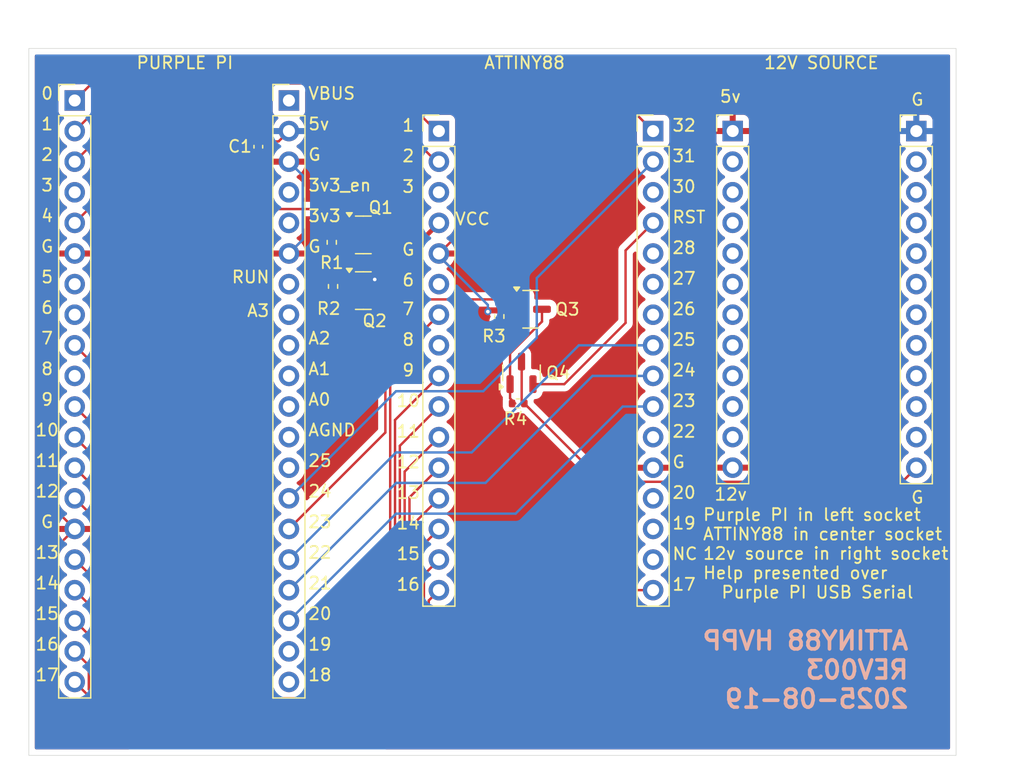
<source format=kicad_pcb>
(kicad_pcb (version 20221018) (generator pcbnew)
  (layers (0 "F.Cu" signal) (31 "B.Cu" signal) (34 "B.Paste" user) (35 "F.Paste" user) (36 "B.SilkS" user "B.Silkscreen") (37 "F.SilkS" user "F.Silkscreen") (38 "B.Mask" user) (39 "F.Mask" user) (44 "Edge.Cuts" user))
  (net 0 "")
  (net 1 "/5v")
  (net 2 "GND")
  (net 23 "/12v")
  (net 24 "/pi_pin0")
  (net 25 "/pi_pin1")
  (net 26 "/pi_pin3")
  (net 27 "/pi_pin4")
  (net 28 "/pi_pin5")
  (net 29 "/pi_pin6")
  (net 30 "/CLKI")
  (net 31 "/pi_pin8")
  (net 32 "/XA0")
  (net 33 "/XA1")
  (net 34 "/PAGEL")
  (net 35 "/DATA7")
  (net 36 "/DATA6")
  (net 37 "/DATA5")
  (net 38 "/DATA4")
  (net 39 "/DATA3")
  (net 40 "/VBUS")
  (net 41 "/3v3_en")
  (net 42 "/3v3")
  (net 43 "/pi_run")
  (net 44 "/pi_pinA3")
  (net 45 "/pi_pinA2")
  (net 46 "/pi_pinA1")
  (net 47 "/pi_pinA0")
  (net 48 "/AGND")
  (net 49 "/pi_pin25")
  (net 50 "/RDYBSY")
  (net 51 "/pi_pin23")
  (net 52 "/BS2")
  (net 53 "/DATA0")
  (net 54 "/DATA1")
  (net 55 "/pi_pin19")
  (net 56 "/pi_pin18")
  (net 57 "/BS1")
  (net 59 "/ATT5v")
  (net 63 "/~RST")
  (net 70 "/AVCC")
  (net 71 "/DATA2")
  (net 72 "Net-(Q1-E)")
  (net 73 "Net-(Q1-C)")
  (net 74 "Net-(Q3-E)")
  (net 75 "Net-(Q3-C)")
  (footprint "Resistor_SMD:R_0402_1005Metric" (layer "F.Cu") (at 111.4413 71.2693 90)
    (fp_text reference "R3" (at -1.6287 -0.4433 180) (layer "F.SilkS"))
    (fp_text value "2k2")
    (fp_line (start -0.153641 -0.38) (end 0.153641 -0.38) (stroke (width 0.12)) (layer "F.SilkS"))
    (fp_line (start -0.153641 0.38) (end 0.153641 0.38) (stroke (width 0.12)) (layer "F.SilkS"))
    (pad "1" smd roundrect (at -0.51 0 90) (size 0.54 0.64) (layers "F.Cu" "F.Paste" "F.Mask") (net 74 "Net-(Q3-E)"))
    (pad "2" smd roundrect (at 0.51 0 90) (size 0.54 0.64) (layers "F.Cu" "F.Paste" "F.Mask") (net 2 "GND"))
  )
  (footprint "Resistor_SMD:R_0402_1005Metric" (layer "F.Cu") (at 113.009 78.486)
    (fp_text reference "R4" (at -0.233 1.27) (layer "F.SilkS"))
    (fp_text value "220k")
    (fp_line (start -0.153641 -0.38) (end 0.153641 -0.38) (stroke (width 0.12)) (layer "F.SilkS"))
    (fp_line (start -0.153641 0.38) (end 0.153641 0.38) (stroke (width 0.12)) (layer "F.SilkS"))
    (pad "1" smd roundrect (at -0.51 0) (size 0.54 0.64) (layers "F.Cu" "F.Paste" "F.Mask") (net 75 "Net-(Q3-C)"))
    (pad "2" smd roundrect (at 0.51 0) (size 0.54 0.64) (layers "F.Cu" "F.Paste" "F.Mask") (net 23 "/12v"))
  )
  (footprint "Connector_PinHeader_2.54mm:PinHeader_1x16_P2.54mm_Vertical" (layer "F.Cu") (at 106.426 55.88)
    (fp_text reference "J5" hide)
    (fp_text value "ATTINY88_LEFT" hide)
    (fp_line (start -1.33 -1.33) (end 0 -1.33) (stroke (width 0.12)) (layer "F.SilkS"))
    (fp_line (start -1.33 0) (end -1.33 -1.33) (stroke (width 0.12)) (layer "F.SilkS"))
    (fp_line (start -1.33 1.27) (end -1.33 39.43) (stroke (width 0.12)) (layer "F.SilkS"))
    (fp_line (start -1.33 1.27) (end 1.33 1.27) (stroke (width 0.12)) (layer "F.SilkS"))
    (fp_line (start -1.33 39.43) (end 1.33 39.43) (stroke (width 0.12)) (layer "F.SilkS"))
    (fp_line (start 1.33 1.27) (end 1.33 39.43) (stroke (width 0.12)) (layer "F.SilkS"))
    (pad "1" thru_hole rect (at 0 0) (size 1.7 1.7) (drill 1) (layers "*.Cu" "*.Mask") (net 25 "/pi_pin1"))
    (pad "2" thru_hole oval (at 0 2.54) (size 1.7 1.7) (drill 1) (layers "*.Cu" "*.Mask") (net 57 "/BS1"))
    (pad "3" thru_hole oval (at 0 5.08) (size 1.7 1.7) (drill 1) (layers "*.Cu" "*.Mask"))
    (pad "4" thru_hole oval (at 0 7.62) (size 1.7 1.7) (drill 1) (layers "*.Cu" "*.Mask") (net 59 "/ATT5v"))
    (pad "5" thru_hole oval (at 0 10.16) (size 1.7 1.7) (drill 1) (layers "*.Cu" "*.Mask") (net 2 "GND"))
    (pad "6" thru_hole oval (at 0 12.7) (size 1.7 1.7) (drill 1) (layers "*.Cu" "*.Mask"))
    (pad "7" thru_hole oval (at 0 15.24) (size 1.7 1.7) (drill 1) (layers "*.Cu" "*.Mask") (net 30 "/CLKI"))
    (pad "8" thru_hole oval (at 0 17.78) (size 1.7 1.7) (drill 1) (layers "*.Cu" "*.Mask"))
    (pad "9" thru_hole oval (at 0 20.32) (size 1.7 1.7) (drill 1) (layers "*.Cu" "*.Mask") (net 32 "/XA0"))
    (pad "10" thru_hole oval (at 0 22.86) (size 1.7 1.7) (drill 1) (layers "*.Cu" "*.Mask") (net 33 "/XA1"))
    (pad "11" thru_hole oval (at 0 25.4) (size 1.7 1.7) (drill 1) (layers "*.Cu" "*.Mask") (net 34 "/PAGEL"))
    (pad "12" thru_hole oval (at 0 27.94) (size 1.7 1.7) (drill 1) (layers "*.Cu" "*.Mask") (net 35 "/DATA7"))
    (pad "13" thru_hole oval (at 0 30.48) (size 1.7 1.7) (drill 1) (layers "*.Cu" "*.Mask") (net 36 "/DATA6"))
    (pad "14" thru_hole oval (at 0 33.02) (size 1.7 1.7) (drill 1) (layers "*.Cu" "*.Mask") (net 37 "/DATA5"))
    (pad "15" thru_hole oval (at 0 35.56) (size 1.7 1.7) (drill 1) (layers "*.Cu" "*.Mask") (net 38 "/DATA4"))
    (pad "16" thru_hole oval (at 0 38.1) (size 1.7 1.7) (drill 1) (layers "*.Cu" "*.Mask") (net 39 "/DATA3"))
  )
  (footprint "Package_TO_SOT_SMD:SOT-23" (layer "F.Cu") (at 100.1545 69.119)
    (fp_text reference "Q2" (at 0.9375 2.509) (layer "F.SilkS"))
    (fp_text value "IRLML6402")
    (fp_line (start 0 -1.56) (end -0.65 -1.56) (stroke (width 0.12)) (layer "F.SilkS"))
    (fp_line (start 0 -1.56) (end 0.65 -1.56) (stroke (width 0.12)) (layer "F.SilkS"))
    (fp_line (start 0 1.56) (end -0.65 1.56) (stroke (width 0.12)) (layer "F.SilkS"))
    (fp_line (start 0 1.56) (end 0.65 1.56) (stroke (width 0.12)) (layer "F.SilkS"))
    (fp_poly (pts (xy -1.1625 -1.51) (xy -1.4025 -1.84) (xy -0.9225 -1.84) (xy -1.1625 -1.51)) (stroke (width 0.12)) (fill solid) (layer "F.SilkS"))
    (pad "1" smd roundrect (at -0.9375 -0.95) (size 1.475 0.6) (layers "F.Cu" "F.Paste" "F.Mask") (net 73 "Net-(Q1-C)"))
    (pad "2" smd roundrect (at -0.9375 0.95) (size 1.475 0.6) (layers "F.Cu" "F.Paste" "F.Mask") (net 59 "/ATT5v"))
    (pad "3" smd roundrect (at 0.9375 0) (size 1.475 0.6) (layers "F.Cu" "F.Paste" "F.Mask") (net 1 "/5v"))
  )
  (footprint "Connector_PinHeader_2.54mm:PinHeader_1x12_P2.54mm_Vertical" (layer "F.Cu") (at 130.81 55.875)
    (fp_text reference "J1" hide)
    (fp_text value "12v_reg_left_neg" hide)
    (fp_line (start -1.33 -1.33) (end 0 -1.33) (stroke (width 0.12)) (layer "F.SilkS"))
    (fp_line (start -1.33 0) (end -1.33 -1.33) (stroke (width 0.12)) (layer "F.SilkS"))
    (fp_line (start -1.33 1.27) (end -1.33 29.27) (stroke (width 0.12)) (layer "F.SilkS"))
    (fp_line (start -1.33 1.27) (end 1.33 1.27) (stroke (width 0.12)) (layer "F.SilkS"))
    (fp_line (start -1.33 29.27) (end 1.33 29.27) (stroke (width 0.12)) (layer "F.SilkS"))
    (fp_line (start 1.33 1.27) (end 1.33 29.27) (stroke (width 0.12)) (layer "F.SilkS"))
    (pad "1" thru_hole rect (at 0 0) (size 1.7 1.7) (drill 1) (layers "*.Cu" "*.Mask") (net 2 "GND"))
    (pad "2" thru_hole oval (at 0 2.54) (size 1.7 1.7) (drill 1) (layers "*.Cu" "*.Mask"))
    (pad "3" thru_hole oval (at 0 5.08) (size 1.7 1.7) (drill 1) (layers "*.Cu" "*.Mask"))
    (pad "4" thru_hole oval (at 0 7.62) (size 1.7 1.7) (drill 1) (layers "*.Cu" "*.Mask"))
    (pad "5" thru_hole oval (at 0 10.16) (size 1.7 1.7) (drill 1) (layers "*.Cu" "*.Mask"))
    (pad "6" thru_hole oval (at 0 12.7) (size 1.7 1.7) (drill 1) (layers "*.Cu" "*.Mask"))
    (pad "7" thru_hole oval (at 0 15.24) (size 1.7 1.7) (drill 1) (layers "*.Cu" "*.Mask"))
    (pad "8" thru_hole oval (at 0 17.78) (size 1.7 1.7) (drill 1) (layers "*.Cu" "*.Mask"))
    (pad "9" thru_hole oval (at 0 20.32) (size 1.7 1.7) (drill 1) (layers "*.Cu" "*.Mask"))
    (pad "10" thru_hole oval (at 0 22.86) (size 1.7 1.7) (drill 1) (layers "*.Cu" "*.Mask"))
    (pad "11" thru_hole oval (at 0 25.4) (size 1.7 1.7) (drill 1) (layers "*.Cu" "*.Mask"))
    (pad "12" thru_hole oval (at 0 27.94) (size 1.7 1.7) (drill 1) (layers "*.Cu" "*.Mask") (net 2 "GND"))
  )
  (footprint "Resistor_SMD:R_0402_1005Metric" (layer "F.Cu") (at 97.6422 68.7714 -90)
    (fp_text reference "R2" (at 1.8406 0.3602) (layer "F.SilkS"))
    (fp_text value "220k")
    (fp_line (start -0.153641 -0.38) (end 0.153641 -0.38) (stroke (width 0.12)) (layer "F.SilkS"))
    (fp_line (start -0.153641 0.38) (end 0.153641 0.38) (stroke (width 0.12)) (layer "F.SilkS"))
    (pad "1" smd roundrect (at -0.51 0 270) (size 0.54 0.64) (layers "F.Cu" "F.Paste" "F.Mask") (net 73 "Net-(Q1-C)"))
    (pad "2" smd roundrect (at 0.51 0 270) (size 0.54 0.64) (layers "F.Cu" "F.Paste" "F.Mask") (net 1 "/5v"))
  )
  (footprint "Connector_PinHeader_2.54mm:PinHeader_1x20_P2.54mm_Vertical" (layer "F.Cu") (at 76.2 53.34)
    (fp_text reference "J3" hide)
    (fp_text value "purle_pi_left" hide)
    (fp_line (start -1.33 -1.33) (end 0 -1.33) (stroke (width 0.12)) (layer "F.SilkS"))
    (fp_line (start -1.33 0) (end -1.33 -1.33) (stroke (width 0.12)) (layer "F.SilkS"))
    (fp_line (start -1.33 1.27) (end -1.33 49.59) (stroke (width 0.12)) (layer "F.SilkS"))
    (fp_line (start -1.33 1.27) (end 1.33 1.27) (stroke (width 0.12)) (layer "F.SilkS"))
    (fp_line (start -1.33 49.59) (end 1.33 49.59) (stroke (width 0.12)) (layer "F.SilkS"))
    (fp_line (start 1.33 1.27) (end 1.33 49.59) (stroke (width 0.12)) (layer "F.SilkS"))
    (pad "1" thru_hole rect (at 0 0) (size 1.7 1.7) (drill 1) (layers "*.Cu" "*.Mask") (net 24 "/pi_pin0"))
    (pad "2" thru_hole oval (at 0 2.54) (size 1.7 1.7) (drill 1) (layers "*.Cu" "*.Mask") (net 25 "/pi_pin1"))
    (pad "3" thru_hole oval (at 0 5.08) (size 1.7 1.7) (drill 1) (layers "*.Cu" "*.Mask") (net 57 "/BS1"))
    (pad "4" thru_hole oval (at 0 7.62) (size 1.7 1.7) (drill 1) (layers "*.Cu" "*.Mask") (net 26 "/pi_pin3"))
    (pad "5" thru_hole oval (at 0 10.16) (size 1.7 1.7) (drill 1) (layers "*.Cu" "*.Mask") (net 27 "/pi_pin4"))
    (pad "6" thru_hole oval (at 0 12.7) (size 1.7 1.7) (drill 1) (layers "*.Cu" "*.Mask") (net 2 "GND"))
    (pad "7" thru_hole oval (at 0 15.24) (size 1.7 1.7) (drill 1) (layers "*.Cu" "*.Mask") (net 28 "/pi_pin5"))
    (pad "8" thru_hole oval (at 0 17.78) (size 1.7 1.7) (drill 1) (layers "*.Cu" "*.Mask") (net 29 "/pi_pin6"))
    (pad "9" thru_hole oval (at 0 20.32) (size 1.7 1.7) (drill 1) (layers "*.Cu" "*.Mask") (net 30 "/CLKI"))
    (pad "10" thru_hole oval (at 0 22.86) (size 1.7 1.7) (drill 1) (layers "*.Cu" "*.Mask") (net 31 "/pi_pin8"))
    (pad "11" thru_hole oval (at 0 25.4) (size 1.7 1.7) (drill 1) (layers "*.Cu" "*.Mask") (net 32 "/XA0"))
    (pad "12" thru_hole oval (at 0 27.94) (size 1.7 1.7) (drill 1) (layers "*.Cu" "*.Mask") (net 33 "/XA1"))
    (pad "13" thru_hole oval (at 0 30.48) (size 1.7 1.7) (drill 1) (layers "*.Cu" "*.Mask") (net 34 "/PAGEL"))
    (pad "14" thru_hole oval (at 0 33.02) (size 1.7 1.7) (drill 1) (layers "*.Cu" "*.Mask") (net 35 "/DATA7"))
    (pad "15" thru_hole oval (at 0 35.56) (size 1.7 1.7) (drill 1) (layers "*.Cu" "*.Mask") (net 2 "GND"))
    (pad "16" thru_hole oval (at 0 38.1) (size 1.7 1.7) (drill 1) (layers "*.Cu" "*.Mask") (net 36 "/DATA6"))
    (pad "17" thru_hole oval (at 0 40.64) (size 1.7 1.7) (drill 1) (layers "*.Cu" "*.Mask") (net 37 "/DATA5"))
    (pad "18" thru_hole oval (at 0 43.18) (size 1.7 1.7) (drill 1) (layers "*.Cu" "*.Mask") (net 38 "/DATA4"))
    (pad "19" thru_hole oval (at 0 45.72) (size 1.7 1.7) (drill 1) (layers "*.Cu" "*.Mask") (net 39 "/DATA3"))
    (pad "20" thru_hole oval (at 0 48.26) (size 1.7 1.7) (drill 1) (layers "*.Cu" "*.Mask") (net 71 "/DATA2"))
  )
  (footprint "Connector_PinHeader_2.54mm:PinHeader_1x12_P2.54mm_Vertical" (layer "F.Cu") (at 146.05 55.88)
    (fp_text reference "J2" hide)
    (fp_text value "12v_reg_right_pos" hide)
    (fp_line (start -1.33 -1.33) (end 0 -1.33) (stroke (width 0.12)) (layer "F.SilkS"))
    (fp_line (start -1.33 0) (end -1.33 -1.33) (stroke (width 0.12)) (layer "F.SilkS"))
    (fp_line (start -1.33 1.27) (end -1.33 29.27) (stroke (width 0.12)) (layer "F.SilkS"))
    (fp_line (start -1.33 1.27) (end 1.33 1.27) (stroke (width 0.12)) (layer "F.SilkS"))
    (fp_line (start -1.33 29.27) (end 1.33 29.27) (stroke (width 0.12)) (layer "F.SilkS"))
    (fp_line (start 1.33 1.27) (end 1.33 29.27) (stroke (width 0.12)) (layer "F.SilkS"))
    (pad "1" thru_hole rect (at 0 0) (size 1.7 1.7) (drill 1) (layers "*.Cu" "*.Mask") (net 1 "/5v"))
    (pad "2" thru_hole oval (at 0 2.54) (size 1.7 1.7) (drill 1) (layers "*.Cu" "*.Mask"))
    (pad "3" thru_hole oval (at 0 5.08) (size 1.7 1.7) (drill 1) (layers "*.Cu" "*.Mask"))
    (pad "4" thru_hole oval (at 0 7.62) (size 1.7 1.7) (drill 1) (layers "*.Cu" "*.Mask"))
    (pad "5" thru_hole oval (at 0 10.16) (size 1.7 1.7) (drill 1) (layers "*.Cu" "*.Mask"))
    (pad "6" thru_hole oval (at 0 12.7) (size 1.7 1.7) (drill 1) (layers "*.Cu" "*.Mask"))
    (pad "7" thru_hole oval (at 0 15.24) (size 1.7 1.7) (drill 1) (layers "*.Cu" "*.Mask"))
    (pad "8" thru_hole oval (at 0 17.78) (size 1.7 1.7) (drill 1) (layers "*.Cu" "*.Mask"))
    (pad "9" thru_hole oval (at 0 20.32) (size 1.7 1.7) (drill 1) (layers "*.Cu" "*.Mask"))
    (pad "10" thru_hole oval (at 0 22.86) (size 1.7 1.7) (drill 1) (layers "*.Cu" "*.Mask"))
    (pad "11" thru_hole oval (at 0 25.4) (size 1.7 1.7) (drill 1) (layers "*.Cu" "*.Mask"))
    (pad "12" thru_hole oval (at 0 27.94) (size 1.7 1.7) (drill 1) (layers "*.Cu" "*.Mask") (net 23 "/12v"))
  )
  (footprint "Connector_PinHeader_2.54mm:PinHeader_1x16_P2.54mm_Vertical" (layer "F.Cu") (at 124.206 55.88)
    (fp_text reference "J6" hide)
    (fp_text value "ATTINY88_RIGHT" hide)
    (fp_line (start -1.33 -1.33) (end 0 -1.33) (stroke (width 0.12)) (layer "F.SilkS"))
    (fp_line (start -1.33 0) (end -1.33 -1.33) (stroke (width 0.12)) (layer "F.SilkS"))
    (fp_line (start -1.33 1.27) (end -1.33 39.43) (stroke (width 0.12)) (layer "F.SilkS"))
    (fp_line (start -1.33 1.27) (end 1.33 1.27) (stroke (width 0.12)) (layer "F.SilkS"))
    (fp_line (start -1.33 39.43) (end 1.33 39.43) (stroke (width 0.12)) (layer "F.SilkS"))
    (fp_line (start 1.33 1.27) (end 1.33 39.43) (stroke (width 0.12)) (layer "F.SilkS"))
    (pad "1" thru_hole rect (at 0 0) (size 1.7 1.7) (drill 1) (layers "*.Cu" "*.Mask") (net 24 "/pi_pin0"))
    (pad "2" thru_hole oval (at 0 2.54) (size 1.7 1.7) (drill 1) (layers "*.Cu" "*.Mask") (net 50 "/RDYBSY"))
    (pad "3" thru_hole oval (at 0 5.08) (size 1.7 1.7) (drill 1) (layers "*.Cu" "*.Mask"))
    (pad "4" thru_hole oval (at 0 7.62) (size 1.7 1.7) (drill 1) (layers "*.Cu" "*.Mask") (net 63 "/~RST"))
    (pad "5" thru_hole oval (at 0 10.16) (size 1.7 1.7) (drill 1) (layers "*.Cu" "*.Mask"))
    (pad "6" thru_hole oval (at 0 12.7) (size 1.7 1.7) (drill 1) (layers "*.Cu" "*.Mask"))
    (pad "7" thru_hole oval (at 0 15.24) (size 1.7 1.7) (drill 1) (layers "*.Cu" "*.Mask"))
    (pad "8" thru_hole oval (at 0 17.78) (size 1.7 1.7) (drill 1) (layers "*.Cu" "*.Mask") (net 52 "/BS2"))
    (pad "9" thru_hole oval (at 0 20.32) (size 1.7 1.7) (drill 1) (layers "*.Cu" "*.Mask") (net 53 "/DATA0"))
    (pad "10" thru_hole oval (at 0 22.86) (size 1.7 1.7) (drill 1) (layers "*.Cu" "*.Mask") (net 54 "/DATA1"))
    (pad "11" thru_hole oval (at 0 25.4) (size 1.7 1.7) (drill 1) (layers "*.Cu" "*.Mask"))
    (pad "12" thru_hole oval (at 0 27.94) (size 1.7 1.7) (drill 1) (layers "*.Cu" "*.Mask") (net 2 "GND"))
    (pad "13" thru_hole oval (at 0 30.48) (size 1.7 1.7) (drill 1) (layers "*.Cu" "*.Mask"))
    (pad "14" thru_hole oval (at 0 33.02) (size 1.7 1.7) (drill 1) (layers "*.Cu" "*.Mask"))
    (pad "15" thru_hole oval (at 0 35.56) (size 1.7 1.7) (drill 1) (layers "*.Cu" "*.Mask") (net 70 "/AVCC"))
    (pad "16" thru_hole oval (at 0 38.1) (size 1.7 1.7) (drill 1) (layers "*.Cu" "*.Mask") (net 71 "/DATA2"))
  )
  (footprint "Package_TO_SOT_SMD:SOT-23" (layer "F.Cu") (at 100.1545 64.494)
    (fp_text reference "Q1" (at 1.4455 -2.264) (layer "F.SilkS"))
    (fp_text value "MMBT3904")
    (fp_line (start 0 -1.56) (end -0.65 -1.56) (stroke (width 0.12)) (layer "F.SilkS"))
    (fp_line (start 0 -1.56) (end 0.65 -1.56) (stroke (width 0.12)) (layer "F.SilkS"))
    (fp_line (start 0 1.56) (end -0.65 1.56) (stroke (width 0.12)) (layer "F.SilkS"))
    (fp_line (start 0 1.56) (end 0.65 1.56) (stroke (width 0.12)) (layer "F.SilkS"))
    (fp_poly (pts (xy -1.1625 -1.51) (xy -1.4025 -1.84) (xy -0.9225 -1.84) (xy -1.1625 -1.51)) (stroke (width 0.12)) (fill solid) (layer "F.SilkS"))
    (pad "1" smd roundrect (at -0.9375 -0.95) (size 1.475 0.6) (layers "F.Cu" "F.Paste" "F.Mask") (net 27 "/pi_pin4"))
    (pad "2" smd roundrect (at -0.9375 0.95) (size 1.475 0.6) (layers "F.Cu" "F.Paste" "F.Mask") (net 72 "Net-(Q1-E)"))
    (pad "3" smd roundrect (at 0.9375 0) (size 1.475 0.6) (layers "F.Cu" "F.Paste" "F.Mask") (net 73 "Net-(Q1-C)"))
  )
  (footprint "Connector_PinHeader_2.54mm:PinHeader_1x20_P2.54mm_Vertical" (layer "F.Cu") (at 93.98 53.34)
    (fp_text reference "J4" hide)
    (fp_text value "purle_pi_right" hide)
    (fp_line (start -1.33 -1.33) (end 0 -1.33) (stroke (width 0.12)) (layer "F.SilkS"))
    (fp_line (start -1.33 0) (end -1.33 -1.33) (stroke (width 0.12)) (layer "F.SilkS"))
    (fp_line (start -1.33 1.27) (end -1.33 49.59) (stroke (width 0.12)) (layer "F.SilkS"))
    (fp_line (start -1.33 1.27) (end 1.33 1.27) (stroke (width 0.12)) (layer "F.SilkS"))
    (fp_line (start -1.33 49.59) (end 1.33 49.59) (stroke (width 0.12)) (layer "F.SilkS"))
    (fp_line (start 1.33 1.27) (end 1.33 49.59) (stroke (width 0.12)) (layer "F.SilkS"))
    (pad "1" thru_hole rect (at 0 0) (size 1.7 1.7) (drill 1) (layers "*.Cu" "*.Mask") (net 40 "/VBUS"))
    (pad "2" thru_hole oval (at 0 2.54) (size 1.7 1.7) (drill 1) (layers "*.Cu" "*.Mask") (net 1 "/5v"))
    (pad "3" thru_hole oval (at 0 5.08) (size 1.7 1.7) (drill 1) (layers "*.Cu" "*.Mask") (net 2 "GND"))
    (pad "4" thru_hole oval (at 0 7.62) (size 1.7 1.7) (drill 1) (layers "*.Cu" "*.Mask") (net 41 "/3v3_en"))
    (pad "5" thru_hole oval (at 0 10.16) (size 1.7 1.7) (drill 1) (layers "*.Cu" "*.Mask") (net 42 "/3v3"))
    (pad "6" thru_hole oval (at 0 12.7) (size 1.7 1.7) (drill 1) (layers "*.Cu" "*.Mask") (net 2 "GND"))
    (pad "7" thru_hole oval (at 0 15.24) (size 1.7 1.7) (drill 1) (layers "*.Cu" "*.Mask") (net 43 "/pi_run"))
    (pad "8" thru_hole oval (at 0 17.78) (size 1.7 1.7) (drill 1) (layers "*.Cu" "*.Mask") (net 44 "/pi_pinA3"))
    (pad "9" thru_hole oval (at 0 20.32) (size 1.7 1.7) (drill 1) (layers "*.Cu" "*.Mask") (net 45 "/pi_pinA2"))
    (pad "10" thru_hole oval (at 0 22.86) (size 1.7 1.7) (drill 1) (layers "*.Cu" "*.Mask") (net 46 "/pi_pinA1"))
    (pad "11" thru_hole oval (at 0 25.4) (size 1.7 1.7) (drill 1) (layers "*.Cu" "*.Mask") (net 47 "/pi_pinA0"))
    (pad "12" thru_hole oval (at 0 27.94) (size 1.7 1.7) (drill 1) (layers "*.Cu" "*.Mask") (net 48 "/AGND"))
    (pad "13" thru_hole oval (at 0 30.48) (size 1.7 1.7) (drill 1) (layers "*.Cu" "*.Mask") (net 49 "/pi_pin25"))
    (pad "14" thru_hole oval (at 0 33.02) (size 1.7 1.7) (drill 1) (layers "*.Cu" "*.Mask") (net 50 "/RDYBSY"))
    (pad "15" thru_hole oval (at 0 35.56) (size 1.7 1.7) (drill 1) (layers "*.Cu" "*.Mask") (net 51 "/pi_pin23"))
    (pad "16" thru_hole oval (at 0 38.1) (size 1.7 1.7) (drill 1) (layers "*.Cu" "*.Mask") (net 52 "/BS2"))
    (pad "17" thru_hole oval (at 0 40.64) (size 1.7 1.7) (drill 1) (layers "*.Cu" "*.Mask") (net 53 "/DATA0"))
    (pad "18" thru_hole oval (at 0 43.18) (size 1.7 1.7) (drill 1) (layers "*.Cu" "*.Mask") (net 54 "/DATA1"))
    (pad "19" thru_hole oval (at 0 45.72) (size 1.7 1.7) (drill 1) (layers "*.Cu" "*.Mask") (net 55 "/pi_pin19"))
    (pad "20" thru_hole oval (at 0 48.26) (size 1.7 1.7) (drill 1) (layers "*.Cu" "*.Mask") (net 56 "/pi_pin18"))
  )
  (footprint "Package_TO_SOT_SMD:SOT-23" (layer "F.Cu") (at 113.284 75.946 90)
    (fp_text reference "Q4" (at 0 3.048 180) (layer "F.SilkS"))
    (fp_text value "IRLML6402")
    (fp_line (start 0 -1.56) (end -0.65 -1.56) (stroke (width 0.12)) (layer "F.SilkS"))
    (fp_line (start 0 -1.56) (end 0.65 -1.56) (stroke (width 0.12)) (layer "F.SilkS"))
    (fp_line (start 0 1.56) (end -0.65 1.56) (stroke (width 0.12)) (layer "F.SilkS"))
    (fp_line (start 0 1.56) (end 0.65 1.56) (stroke (width 0.12)) (layer "F.SilkS"))
    (fp_poly (pts (xy -1.1625 -1.51) (xy -1.4025 -1.84) (xy -0.9225 -1.84) (xy -1.1625 -1.51)) (stroke (width 0.12)) (fill solid) (layer "F.SilkS"))
    (pad "1" smd roundrect (at -0.9375 -0.95 90) (size 1.475 0.6) (layers "F.Cu" "F.Paste" "F.Mask") (net 75 "Net-(Q3-C)"))
    (pad "2" smd roundrect (at -0.9375 0.95 90) (size 1.475 0.6) (layers "F.Cu" "F.Paste" "F.Mask") (net 63 "/~RST"))
    (pad "3" smd roundrect (at 0.9375 0 90) (size 1.475 0.6) (layers "F.Cu" "F.Paste" "F.Mask") (net 23 "/12v"))
  )
  (footprint "Package_TO_SOT_SMD:SOT-23" (layer "F.Cu") (at 114.046 70.6685)
    (fp_text reference "Q3" (at 3.0503 0.0058) (layer "F.SilkS"))
    (fp_text value "MMBT3904")
    (fp_line (start 0 -1.56) (end -0.65 -1.56) (stroke (width 0.12)) (layer "F.SilkS"))
    (fp_line (start 0 -1.56) (end 0.65 -1.56) (stroke (width 0.12)) (layer "F.SilkS"))
    (fp_line (start 0 1.56) (end -0.65 1.56) (stroke (width 0.12)) (layer "F.SilkS"))
    (fp_line (start 0 1.56) (end 0.65 1.56) (stroke (width 0.12)) (layer "F.SilkS"))
    (fp_poly (pts (xy -1.1625 -1.51) (xy -1.4025 -1.84) (xy -0.9225 -1.84) (xy -1.1625 -1.51)) (stroke (width 0.12)) (fill solid) (layer "F.SilkS"))
    (pad "1" smd roundrect (at -0.9375 -0.95) (size 1.475 0.6) (layers "F.Cu" "F.Paste" "F.Mask") (net 51 "/pi_pin23"))
    (pad "2" smd roundrect (at -0.9375 0.95) (size 1.475 0.6) (layers "F.Cu" "F.Paste" "F.Mask") (net 74 "Net-(Q3-E)"))
    (pad "3" smd roundrect (at 0.9375 0) (size 1.475 0.6) (layers "F.Cu" "F.Paste" "F.Mask") (net 75 "Net-(Q3-C)"))
  )
  (footprint "Resistor_SMD:R_0402_1005Metric" (layer "F.Cu") (at 97.536 65.1138 90)
    (fp_text reference "R1" (at -1.6882 0 180) (layer "F.SilkS"))
    (fp_text value "2k2")
    (fp_line (start -0.153641 -0.38) (end 0.153641 -0.38) (stroke (width 0.12)) (layer "F.SilkS"))
    (fp_line (start -0.153641 0.38) (end 0.153641 0.38) (stroke (width 0.12)) (layer "F.SilkS"))
    (pad "1" smd roundrect (at -0.51 0 90) (size 0.54 0.64) (layers "F.Cu" "F.Paste" "F.Mask") (net 72 "Net-(Q1-E)"))
    (pad "2" smd roundrect (at 0.51 0 90) (size 0.54 0.64) (layers "F.Cu" "F.Paste" "F.Mask") (net 2 "GND"))
  )
  (footprint "Capacitor_SMD:C_0402_1005Metric" (layer "F.Cu") (at 91.44 57.178 -90)
    (fp_text reference "C1" (at -0.028 1.524 -180) (layer "F.SilkS"))
    (fp_text value "1u")
    (fp_line (start -0.107836 -0.36) (end 0.107836 -0.36) (stroke (width 0.12)) (layer "F.SilkS"))
    (fp_line (start -0.107836 0.36) (end 0.107836 0.36) (stroke (width 0.12)) (layer "F.SilkS"))
    (pad "1" smd roundrect (at -0.48 0 270) (size 0.56 0.62) (layers "F.Cu" "F.Paste" "F.Mask") (net 1 "/5v"))
    (pad "2" smd roundrect (at 0.48 0 270) (size 0.56 0.62) (layers "F.Cu" "F.Paste" "F.Mask") (net 2 "GND"))
  )
  (gr_rect (start 72.39 49.022) (end 149.352 107.696) (stroke (width 0.05)) (fill none) (layer "Edge.Cuts"))
  (gr_text "ATTINY88 HVPP\nREV003\n2025-08-19" (at 145.542 103.886) (layer "B.SilkS") (effects (font (size 1.5 1.5) (thickness 0.3) bold) (justify left bottom mirror)))
  (gr_text "2" (at 73.914 58.42) (layer "F.SilkS") (effects (font (size 1 1)) (justify bottom)))
  (gr_text "A0" (at 95.504 78.74) (layer "F.SilkS") (effects (font (size 1 1)) (justify left bottom)))
  (gr_text "25" (at 95.504 83.82) (layer "F.SilkS") (effects (font (size 1 1)) (justify left bottom)))
  (gr_text "12v" (at 132.08 86.614) (layer "F.SilkS") (effects (font (size 1 1)) (justify right bottom)))
  (gr_text "12" (at 73.914 86.36) (layer "F.SilkS") (effects (font (size 1 1)) (justify bottom)))
  (gr_text "13" (at 103.886 86.47) (layer "F.SilkS") (effects (font (size 1 1)) (justify bottom)))
  (gr_text "2" (at 103.886 58.53) (layer "F.SilkS") (effects (font (size 1 1)) (justify bottom)))
  (gr_text "7" (at 73.914 73.66) (layer "F.SilkS") (effects (font (size 1 1)) (justify bottom)))
  (gr_text "AGND" (at 95.504 81.28) (layer "F.SilkS") (effects (font (size 1 1)) (justify left bottom)))
  (gr_text "15" (at 73.914 96.52) (layer "F.SilkS") (effects (font (size 1 1)) (justify bottom)))
  (gr_text "14" (at 73.914 93.98) (layer "F.SilkS") (effects (font (size 1 1)) (justify bottom)))
  (gr_text "16" (at 103.886 94.09) (layer "F.SilkS") (effects (font (size 1 1)) (justify bottom)))
  (gr_text "26" (at 125.725 71.23) (layer "F.SilkS") (effects (font (size 1 1)) (justify left bottom)))
  (gr_text "10" (at 73.914 81.28) (layer "F.SilkS") (effects (font (size 1 1)) (justify bottom)))
  (gr_text "9" (at 73.914 78.74) (layer "F.SilkS") (effects (font (size 1 1)) (justify bottom)))
  (gr_text "3v3" (at 95.504 63.5) (layer "F.SilkS") (effects (font (size 1 1)) (justify left bottom)))
  (gr_text "31" (at 125.725 58.53) (layer "F.SilkS") (effects (font (size 1 1)) (justify left bottom)))
  (gr_text "19" (at 95.504 99.06) (layer "F.SilkS") (effects (font (size 1 1)) (justify left bottom)))
  (gr_text "NC" (at 125.725 91.55) (layer "F.SilkS") (effects (font (size 1 1)) (justify left bottom)))
  (gr_text "17" (at 125.725 94.09) (layer "F.SilkS") (effects (font (size 1 1)) (justify left bottom)))
  (gr_text "3" (at 73.914 60.96) (layer "F.SilkS") (effects (font (size 1 1)) (justify bottom)))
  (gr_text "VCC" (at 109.22 63.754) (layer "F.SilkS") (effects (font (size 1 1)) (justify bottom)))
  (gr_text "5v" (at 131.572 53.594) (layer "F.SilkS") (effects (font (size 1 1)) (justify right bottom)))
  (gr_text "21" (at 95.504 93.98) (layer "F.SilkS") (effects (font (size 1 1)) (justify left bottom)))
  (gr_text "RUN" (at 89.154 68.58) (layer "F.SilkS") (effects (font (size 1 1)) (justify left bottom)))
  (gr_text "12V SOURCE" (at 138.176 50.8) (layer "F.SilkS") (effects (font (size 1 1)) (justify bottom)))
  (gr_text "27" (at 125.725 68.69) (layer "F.SilkS") (effects (font (size 1 1)) (justify left bottom)))
  (gr_text "13" (at 73.914 91.44) (layer "F.SilkS") (effects (font (size 1 1)) (justify bottom)))
  (gr_text "Purple PI in left socket\nATTINY88 in center socket\n12v source in right socket\nHelp presented over \n  Purple PI USB Serial" (at 128.27 94.742) (layer "F.SilkS") (effects (font (size 1 1)) (justify left bottom)))
  (gr_text "G" (at 145.542 86.868) (layer "F.SilkS") (effects (font (size 1 1)) (justify left bottom)))
  (gr_text "RST" (at 125.725 63.61) (layer "F.SilkS") (effects (font (size 1 1)) (justify left bottom)))
  (gr_text "8" (at 103.886 73.77) (layer "F.SilkS") (effects (font (size 1 1)) (justify bottom)))
  (gr_text "22" (at 125.725 81.39) (layer "F.SilkS") (effects (font (size 1 1)) (justify left bottom)))
  (gr_text "23" (at 125.725 78.85) (layer "F.SilkS") (effects (font (size 1 1)) (justify left bottom)))
  (gr_text "G" (at 145.542 53.848) (layer "F.SilkS") (effects (font (size 1 1)) (justify left bottom)))
  (gr_text "G" (at 95.504 66.04) (layer "F.SilkS") (effects (font (size 1 1)) (justify left bottom)))
  (gr_text "5" (at 73.914 68.58) (layer "F.SilkS") (effects (font (size 1 1)) (justify bottom)))
  (gr_text "11" (at 73.914 83.82) (layer "F.SilkS") (effects (font (size 1 1)) (justify bottom)))
  (gr_text "11" (at 103.886 81.39) (layer "F.SilkS") (effects (font (size 1 1)) (justify bottom)))
  (gr_text "19" (at 125.725 89.01) (layer "F.SilkS") (effects (font (size 1 1)) (justify left bottom)))
  (gr_text "1" (at 103.886 55.99) (layer "F.SilkS") (effects (font (size 1 1)) (justify bottom)))
  (gr_text "1" (at 73.914 55.88) (layer "F.SilkS") (effects (font (size 1 1)) (justify bottom)))
  (gr_text "28" (at 125.725 66.15) (layer "F.SilkS") (effects (font (size 1 1)) (justify left bottom)))
  (gr_text "12" (at 103.886 83.93) (layer "F.SilkS") (effects (font (size 1 1)) (justify bottom)))
  (gr_text "G" (at 73.914 88.9) (layer "F.SilkS") (effects (font (size 1 1)) (justify bottom)))
  (gr_text "G" (at 125.725 83.93) (layer "F.SilkS") (effects (font (size 1 1)) (justify left bottom)))
  (gr_text "32" (at 125.725 55.99) (layer "F.SilkS") (effects (font (size 1 1)) (justify left bottom)))
  (gr_text "24" (at 125.725 76.31) (layer "F.SilkS") (effects (font (size 1 1)) (justify left bottom)))
  (gr_text "3v3_en" (at 95.504 60.96) (layer "F.SilkS") (effects (font (size 1 1)) (justify left bottom)))
  (gr_text "22" (at 95.504 91.44) (layer "F.SilkS") (effects (font (size 1 1)) (justify left bottom)))
  (gr_text "25" (at 125.725 73.77) (layer "F.SilkS") (effects (font (size 1 1)) (justify left bottom)))
  (gr_text "10" (at 103.886 78.85) (layer "F.SilkS") (effects (font (size 1 1)) (justify bottom)))
  (gr_text "5v" (at 95.504 55.88) (layer "F.SilkS") (effects (font (size 1 1)) (justify left bottom)))
  (gr_text "8" (at 73.914 76.2) (layer "F.SilkS") (effects (font (size 1 1)) (justify bottom)))
  (gr_text "4" (at 73.914 63.5) (layer "F.SilkS") (effects (font (size 1 1)) (justify bottom)))
  (gr_text "20" (at 95.504 96.52) (layer "F.SilkS") (effects (font (size 1 1)) (justify left bottom)))
  (gr_text "ATTINY88" (at 113.538 50.8) (layer "F.SilkS") (effects (font (size 1 1)) (justify bottom)))
  (gr_text "A3" (at 90.424 71.374) (layer "F.SilkS") (effects (font (size 1 1)) (justify left bottom)))
  (gr_text "0" (at 73.914 53.34) (layer "F.SilkS") (effects (font (size 1 1)) (justify bottom)))
  (gr_text "30" (at 125.725 61.07) (layer "F.SilkS") (effects (font (size 1 1)) (justify left bottom)))
  (gr_text "G" (at 73.914 66.04) (layer "F.SilkS") (effects (font (size 1 1)) (justify bottom)))
  (gr_text "G" (at 95.504 58.42) (layer "F.SilkS") (effects (font (size 1 1)) (justify left bottom)))
  (gr_text "18" (at 95.504 101.6) (layer "F.SilkS") (effects (font (size 1 1)) (justify left bottom)))
  (gr_text "VBUS" (at 95.504 53.34) (layer "F.SilkS") (effects (font (size 1 1)) (justify left bottom)))
  (gr_text "16" (at 73.914 99.06) (layer "F.SilkS") (effects (font (size 1 1)) (justify bottom)))
  (gr_text "24" (at 95.504 86.36) (layer "F.SilkS") (effects (font (size 1 1)) (justify left bottom)))
  (gr_text "9" (at 103.886 76.31) (layer "F.SilkS") (effects (font (size 1 1)) (justify bottom)))
  (gr_text "A2" (at 95.504 73.66) (layer "F.SilkS") (effects (font (size 1 1)) (justify left bottom)))
  (gr_text "14" (at 103.886 89.01) (layer "F.SilkS") (effects (font (size 1 1)) (justify bottom)))
  (gr_text "6" (at 73.914 71.12) (layer "F.SilkS") (effects (font (size 1 1)) (justify bottom)))
  (gr_text "G" (at 103.886 66.294) (layer "F.SilkS") (effects (font (size 1 1)) (justify bottom)))
  (gr_text "17" (at 73.914 101.6) (layer "F.SilkS") (effects (font (size 1 1)) (justify bottom)))
  (gr_text "23" (at 95.504 88.9) (layer "F.SilkS") (effects (font (size 1 1)) (justify left bottom)))
  (gr_text "15" (at 103.886 91.55) (layer "F.SilkS") (effects (font (size 1 1)) (justify bottom)))
  (gr_text "20" (at 125.725 86.47) (layer "F.SilkS") (effects (font (size 1 1)) (justify left bottom)))
  (gr_text "6" (at 103.886 68.834) (layer "F.SilkS") (effects (font (size 1 1)) (justify bottom)))
  (gr_text "7" (at 103.886 71.23) (layer "F.SilkS") (effects (font (size 1 1)) (justify bottom)))
  (gr_text "PURPLE PI" (at 85.344 50.8) (layer "F.SilkS") (effects (font (size 1 1)) (justify bottom)))
  (gr_text "3" (at 103.886 61.07) (layer "F.SilkS") (effects (font (size 1 1)) (justify bottom)))
  (gr_text "A1" (at 95.504 76.2) (layer "F.SilkS") (effects (font (size 1 1)) (justify left bottom)))
  (segment (start 93.1225 56.7375) (end 93.98 55.88) (width 0.2) (layer "F.Cu") (net 1))
  (segment (start 101.0819 69.1089) (end 101.092 69.119) (width 0.2) (layer "F.Cu") (net 1))
  (segment (start 91.325 56.7375) (end 93.1225 56.7375) (width 0.2) (layer "F.Cu") (net 1))
  (segment (start 101.092 69.119) (end 101.092 68.2026) (width 0.2) (layer "F.Cu") (net 1))
  (segment (start 101.092 68.2026) (end 101.0998 68.1948) (width 0.2) (layer "F.Cu") (net 1))
  (segment (start 97.6422 69.1089) (end 101.0819 69.1089) (width 0.2) (layer "F.Cu") (net 1))
  (via (at 101.0998 68.1948) (size 0.6) (drill 0.3) (layers "F.Cu" "B.Cu") (net 1))
  (segment (start 107.442 65.024) (end 107.442 65.043) (width 0.2) (layer "F.Cu") (net 2))
  (segment (start 97.27885 64.51915) (end 97.028 64.2683) (width 0.2) (layer "F.Cu") (net 2))
  (segment (start 97.0343 64.7763) (end 97.536 64.7763) (width 0.2) (layer "F.Cu") (net 2))
  (segment (start 97.028 64.77) (end 97.0343 64.7763) (width 0.2) (layer "F.Cu") (net 2))
  (segment (start 76.2 88.9) (end 75.311 89.789) (width 0.2) (layer "F.Cu") (net 2))
  (segment (start 76.2 88.9) (end 75.184 87.884) (width 0.2) (layer "F.Cu") (net 2))
  (segment (start 111.4413 70.7593) (end 110.5967 70.7593) (width 0.2) (layer "F.Cu") (net 2))
  (segment (start 107.442 67.257) (end 107.442 67.31) (width 0.2) (layer "F.Cu") (net 2))
  (segment (start 95.2437 64.7763) (end 93.98 66.04) (width 0.2) (layer "F.Cu") (net 2))
  (segment (start 97.536 64.7763) (end 97.27885 64.51915) (width 0.2) (layer "F.Cu") (net 2))
  (segment (start 97.028 64.262) (end 96.774 64.008) (width 0.2) (layer "F.Cu") (net 2))
  (segment (start 106.335 66.15) (end 107.442 65.043) (width 0.2) (layer "F.Cu") (net 2))
  (segment (start 97.028 64.77) (end 96.52 64.77) (width 0.2) (layer "F.Cu") (net 2))
  (segment (start 106.335 66.15) (end 107.442 67.257) (width 0.2) (layer "F.Cu") (net 2))
  (segment (start 110.5967 70.7593) (end 110.49 70.866) (width 0.2) (layer "F.Cu") (net 2))
  (via (at 110.49 70.866) (size 0.6) (drill 0.3) (layers "F.Cu" "B.Cu") (net 2))
  (segment (start 110.49 70.866) (end 110.49 70.305) (width 0.2) (layer "B.Cu") (net 2))
  (segment (start 93.98 58.42) (end 95.13 59.57) (width 0.2) (layer "B.Cu") (net 2))
  (segment (start 95.13 59.57) (end 95.13 64.89) (width 0.2) (layer "B.Cu") (net 2))
  (segment (start 95.13 64.89) (end 93.98 66.04) (width 0.2) (layer "B.Cu") (net 2))
  (segment (start 110.49 70.305) (end 106.335 66.15) (width 0.2) (layer "B.Cu") (net 2))
  (segment (start 113.2973 75.0218) (end 113.2973 78.5507) (width 0.2) (layer "F.Cu") (net 23))
  (segment (start 113.284 75.0085) (end 113.2973 75.0218) (width 0.2) (layer "F.Cu") (net 23))
  (segment (start 120.020654 84.987654) (end 144.882346 84.987654) (width 0.2) (layer "F.Cu") (net 23))
  (segment (start 113.519 78.486) (end 120.020654 84.987654) (width 0.2) (layer "F.Cu") (net 23))
  (segment (start 144.882346 84.987654) (end 146.05 83.82) (width 0.2) (layer "F.Cu") (net 23))
  (segment (start 119.474 51.148) (end 124.206 55.88) (width 0.2) (layer "F.Cu") (net 24))
  (segment (start 78.392 51.148) (end 119.474 51.148) (width 0.2) (layer "F.Cu") (net 24))
  (segment (start 76.2 53.34) (end 78.392 51.148) (width 0.2) (layer "F.Cu") (net 24))
  (segment (start 80.605 51.475) (end 101.82 51.475) (width 0.2) (layer "F.Cu") (net 25))
  (segment (start 101.82 51.475) (end 106.335 55.99) (width 0.2) (layer "F.Cu") (net 25))
  (segment (start 76.2 55.88) (end 80.605 51.475) (width 0.2) (layer "F.Cu") (net 25))
  (segment (start 76.2 63.5) (end 76.2 63.3984) (width 0.2) (layer "F.Cu") (net 27))
  (segment (start 76.2 63.5) (end 77.35 62.35) (width 0.2) (layer "F.Cu") (net 27))
  (segment (start 77.35 62.35) (end 98.023 62.35) (width 0.2) (layer "F.Cu") (net 27))
  (segment (start 98.023 62.35) (end 99.217 63.544) (width 0.2) (layer "F.Cu") (net 27))
  (segment (start 78.575 76.035) (end 78.585 76.035) (width 0.2) (layer "F.Cu") (net 30))
  (segment (start 76.2 73.66) (end 78.575 76.035) (width 0.2) (layer "F.Cu") (net 30))
  (segment (start 78.585 76.035) (end 80.608087 78.058087) (width 0.2) (layer "F.Cu") (net 30))
  (segment (start 80.608087 100.916913) (end 82.641174 102.95) (width 0.2) (layer "F.Cu") (net 30))
  (segment (start 80.608087 78.058087) (end 80.608087 100.916913) (width 0.2) (layer "F.Cu") (net 30))
  (segment (start 82.641174 102.95) (end 100.074512 102.95) (width 0.2) (layer "F.Cu") (net 30))
  (segment (start 102.385 100.639512) (end 102.385 75.18) (width 0.2) (layer "F.Cu") (net 30))
  (segment (start 100.074512 102.95) (end 102.385 100.639512) (width 0.2) (layer "F.Cu") (net 30))
  (segment (start 102.385 75.18) (end 106.335 71.23) (width 0.2) (layer "F.Cu") (net 30))
  (segment (start 76.2 78.74) (end 80.170343 82.710343) (width 0.2) (layer "F.Cu") (net 32))
  (segment (start 102.785 79.86) (end 106.335 76.31) (width 0.2) (layer "F.Cu") (net 32))
  (segment (start 80.170343 82.710343) (end 80.170343 101.044855) (width 0.2) (layer "F.Cu") (net 32))
  (segment (start 80.170343 101.044855) (end 82.475488 103.35) (width 0.2) (layer "F.Cu") (net 32))
  (segment (start 102.785 100.805198) (end 102.785 79.86) (width 0.2) (layer "F.Cu") (net 32))
  (segment (start 100.240198 103.35) (end 102.785 100.805198) (width 0.2) (layer "F.Cu") (net 32))
  (segment (start 82.475488 103.35) (end 100.240198 103.35) (width 0.2) (layer "F.Cu") (net 32))
  (segment (start 82.309802 103.75) (end 79.770343 101.210541) (width 0.2) (layer "F.Cu") (net 33))
  (segment (start 103.185 82) (end 103.185 100.970884) (width 0.2) (layer "F.Cu") (net 33))
  (segment (start 79.770343 101.210541) (end 79.770343 84.850343) (width 0.2) (layer "F.Cu") (net 33))
  (segment (start 100.405884 103.75) (end 82.309802 103.75) (width 0.2) (layer "F.Cu") (net 33))
  (segment (start 103.185 100.970884) (end 100.405884 103.75) (width 0.2) (layer "F.Cu") (net 33))
  (segment (start 79.770343 84.850343) (end 76.2 81.28) (width 0.2) (layer "F.Cu") (net 33))
  (segment (start 106.335 78.85) (end 103.185 82) (width 0.2) (layer "F.Cu") (net 33))
  (segment (start 79.370343 86.990343) (end 79.370343 101.376227) (width 0.2) (layer "F.Cu") (net 34))
  (segment (start 76.2 83.82) (end 79.370343 86.990343) (width 0.2) (layer "F.Cu") (net 34))
  (segment (start 103.585 101.13657) (end 103.585 84.14) (width 0.2) (layer "F.Cu") (net 34))
  (segment (start 100.57157 104.15) (end 103.585 101.13657) (width 0.2) (layer "F.Cu") (net 34))
  (segment (start 103.585 84.14) (end 106.335 81.39) (width 0.2) (layer "F.Cu") (net 34))
  (segment (start 79.370343 101.376227) (end 82.144116 104.15) (width 0.2) (layer "F.Cu") (net 34))
  (segment (start 82.144116 104.15) (end 100.57157 104.15) (width 0.2) (layer "F.Cu") (net 34))
  (segment (start 103.985 86.28) (end 106.335 83.93) (width 0.2) (layer "F.Cu") (net 35))
  (segment (start 100.737256 104.55) (end 103.985 101.302256) (width 0.2) (layer "F.Cu") (net 35))
  (segment (start 78.970343 101.541913) (end 81.97843 104.55) (width 0.2) (layer "F.Cu") (net 35))
  (segment (start 103.985 101.302256) (end 103.985 86.28) (width 0.2) (layer "F.Cu") (net 35))
  (segment (start 78.970343 89.130343) (end 78.970343 101.541913) (width 0.2) (layer "F.Cu") (net 35))
  (segment (start 76.2 86.36) (end 78.970343 89.130343) (width 0.2) (layer "F.Cu") (net 35))
  (segment (start 81.97843 104.55) (end 100.737256 104.55) (width 0.2) (layer "F.Cu") (net 35))
  (segment (start 100.902942 104.95) (end 81.812744 104.95) (width 0.2) (layer "F.Cu") (net 36))
  (segment (start 104.385 101.467942) (end 100.902942 104.95) (width 0.2) (layer "F.Cu") (net 36))
  (segment (start 78.570343 93.810343) (end 76.2 91.44) (width 0.2) (layer "F.Cu") (net 36))
  (segment (start 78.570343 101.707599) (end 78.570343 93.810343) (width 0.2) (layer "F.Cu") (net 36))
  (segment (start 106.335 86.47) (end 104.385 88.42) (width 0.2) (layer "F.Cu") (net 36))
  (segment (start 81.812744 104.95) (end 78.570343 101.707599) (width 0.2) (layer "F.Cu") (net 36))
  (segment (start 104.385 88.42) (end 104.385 101.467942) (width 0.2) (layer "F.Cu") (net 36))
  (segment (start 101.068628 105.35) (end 104.785 101.633628) (width 0.2) (layer "F.Cu") (net 37))
  (segment (start 104.785 90.56) (end 106.335 89.01) (width 0.2) (layer "F.Cu") (net 37))
  (segment (start 81.647058 105.35) (end 101.068628 105.35) (width 0.2) (layer "F.Cu") (net 37))
  (segment (start 78.170343 101.873285) (end 81.647058 105.35) (width 0.2) (layer "F.Cu") (net 37))
  (segment (start 76.2 93.98) (end 78.170343 95.950343) (width 0.2) (layer "F.Cu") (net 37))
  (segment (start 104.785 101.633628) (end 104.785 90.56) (width 0.2) (layer "F.Cu") (net 37))
  (segment (start 78.170343 95.950343) (end 78.170343 101.873285) (width 0.2) (layer "F.Cu") (net 37))
  (segment (start 105.185 101.799314) (end 105.185 92.7) (width 0.2) (layer "F.Cu") (net 38))
  (segment (start 77.770343 102.038971) (end 81.481372 105.75) (width 0.2) (layer "F.Cu") (net 38))
  (segment (start 81.481372 105.75) (end 101.234314 105.75) (width 0.2) (layer "F.Cu") (net 38))
  (segment (start 77.770343 98.090343) (end 77.770343 102.038971) (width 0.2) (layer "F.Cu") (net 38))
  (segment (start 105.185 92.7) (end 106.335 91.55) (width 0.2) (layer "F.Cu") (net 38))
  (segment (start 101.234314 105.75) (end 105.185 101.799314) (width 0.2) (layer "F.Cu") (net 38))
  (segment (start 76.2 96.52) (end 77.770343 98.090343) (width 0.2) (layer "F.Cu") (net 38))
  (segment (start 101.4 106.15) (end 105.585 101.964999) (width 0.2) (layer "F.Cu") (net 39))
  (segment (start 77.370343 102.204657) (end 81.315686 106.15) (width 0.2) (layer "F.Cu") (net 39))
  (segment (start 105.585 94.84) (end 106.335 94.09) (width 0.2) (layer "F.Cu") (net 39))
  (segment (start 77.370343 100.230343) (end 77.370343 102.204657) (width 0.2) (layer "F.Cu") (net 39))
  (segment (start 81.315686 106.15) (end 101.4 106.15) (width 0.2) (layer "F.Cu") (net 39))
  (segment (start 76.2 99.06) (end 77.370343 100.230343) (width 0.2) (layer "F.Cu") (net 39))
  (segment (start 105.585 101.964999) (end 105.585 94.84) (width 0.2) (layer "F.Cu") (net 39))
  (segment (start 93.98 86.36) (end 102.87 77.47) (width 0.2) (layer "B.Cu") (net 50))
  (segment (start 102.87 77.47) (end 110.109 77.47) (width 0.2) (layer "B.Cu") (net 50))
  (segment (start 114.55 68.076) (end 124.206 58.42) (width 0.2) (layer "B.Cu") (net 50))
  (segment (start 114.55 73.029) (end 114.55 68.076) (width 0.2) (layer "B.Cu") (net 50))
  (segment (start 110.109 77.47) (end 114.55 73.029) (width 0.2) (layer "B.Cu") (net 50))
  (segment (start 112.977 69.85) (end 113.1085 69.7185) (width 0.2) (layer "F.Cu") (net 51))
  (segment (start 105.41 69.85) (end 112.977 69.85) (width 0.2) (layer "F.Cu") (net 51))
  (segment (start 101.985 73.275) (end 105.41 69.85) (width 0.2) (layer "F.Cu") (net 51))
  (segment (start 101.985 80.895) (end 101.985 73.275) (width 0.2) (layer "F.Cu") (net 51))
  (segment (start 93.98 88.9) (end 101.985 80.895) (width 0.2) (layer "F.Cu") (net 51))
  (segment (start 93.98 91.44) (end 102.87 82.55) (width 0.2) (layer "B.Cu") (net 52))
  (segment (start 109.15 82.55) (end 118.04 73.66) (width 0.2) (layer "B.Cu") (net 52))
  (segment (start 102.87 82.55) (end 109.15 82.55) (width 0.2) (layer "B.Cu") (net 52))
  (segment (start 118.04 73.66) (end 124.206 73.66) (width 0.2) (layer "B.Cu") (net 52))
  (segment (start 110.295 85.08) (end 119.175 76.2) (width 0.2) (layer "B.Cu") (net 53))
  (segment (start 93.98 93.98) (end 102.88 85.08) (width 0.2) (layer "B.Cu") (net 53))
  (segment (start 102.88 85.08) (end 110.295 85.08) (width 0.2) (layer "B.Cu") (net 53))
  (segment (start 119.175 76.2) (end 124.206 76.2) (width 0.2) (layer "B.Cu") (net 53))
  (segment (start 102.87 87.63) (end 93.98 96.52) (width 0.2) (layer "B.Cu") (net 54))
  (segment (start 112.795 87.63) (end 102.87 87.63) (width 0.2) (layer "B.Cu") (net 54))
  (segment (start 121.685 78.74) (end 112.795 87.63) (width 0.2) (layer "B.Cu") (net 54))
  (segment (start 124.206 78.74) (end 121.685 78.74) (width 0.2) (layer "B.Cu") (net 54))
  (segment (start 99.73 51.925) (end 106.335 58.53) (width 0.2) (layer "F.Cu") (net 57))
  (segment (start 76.2 58.42) (end 82.695 51.925) (width 0.2) (layer "F.Cu") (net 57))
  (segment (start 82.695 51.925) (end 99.73 51.925) (width 0.2) (layer "F.Cu") (net 57))
  (segment (start 99.2262 70.0598) (end 99.3462 69.9398) (width 0.381) (layer "F.Cu") (net 59))
  (segment (start 99.217 70.069) (end 99.2262 70.0598) (width 0.2) (layer "F.Cu") (net 59))
  (segment (start 101.64804 70.069) (end 99.217 70.069) (width 0.381) (layer "F.Cu") (net 59))
  (segment (start 104.902 65.043) (end 104.902 66.81504) (width 0.381) (layer "F.Cu") (net 59))
  (segment (start 104.902 66.81504) (end 101.64804 70.069) (width 0.381) (layer "F.Cu") (net 59))
  (segment (start 106.335 63.61) (end 104.902 65.043) (width 0.381) (layer "F.Cu") (net 59))
  (segment (start 124.206 63.5) (end 121.92 65.786) (width 0.2) (layer "F.Cu") (net 63))
  (segment (start 121.92 71.798654) (end 116.835154 76.8835) (width 0.2) (layer "F.Cu") (net 63))
  (segment (start 116.835154 76.8835) (end 114.234 76.8835) (width 0.2) (layer "F.Cu") (net 63))
  (segment (start 121.92 65.786) (end 121.92 71.798654) (width 0.2) (layer "F.Cu") (net 63))
  (segment (start 109.474 93.98) (end 124.206 93.98) (width 0.2) (layer "F.Cu") (net 71))
  (segment (start 76.2 101.6) (end 81.150001 106.55) (width 0.2) (layer "F.Cu") (net 71))
  (segment (start 105.985 102.130684) (end 105.985 97.469) (width 0.2) (layer "F.Cu") (net 71))
  (segment (start 105.985 97.469) (end 109.474 93.98) (width 0.2) (layer "F.Cu") (net 71))
  (segment (start 81.150001 106.55) (end 101.565686 106.55) (width 0.2) (layer "F.Cu") (net 71))
  (segment (start 101.565686 106.55) (end 105.985 102.130684) (width 0.2) (layer "F.Cu") (net 71))
  (segment (start 97.536 65.4513) (end 99.2097 65.4513) (width 0.2) (layer "F.Cu") (net 72))
  (segment (start 99.2097 65.4513) (end 99.217 65.444) (width 0.2) (layer "F.Cu") (net 72))
  (segment (start 98.9521 68.4339) (end 99.217 68.169) (width 0.2) (layer "F.Cu") (net 73))
  (segment (start 101.092 66.294) (end 99.217 68.169) (width 0.2) (layer "F.Cu") (net 73))
  (segment (start 97.6422 68.4339) (end 98.9521 68.4339) (width 0.2) (layer "F.Cu") (net 73))
  (segment (start 101.092 64.494) (end 101.092 66.294) (width 0.2) (layer "F.Cu") (net 73))
  (segment (start 111.4413 71.6068) (end 113.0968 71.6068) (width 0.2) (layer "F.Cu") (net 74))
  (segment (start 113.0968 71.6068) (end 113.1085 71.6185) (width 0.2) (layer "F.Cu") (net 74))
  (segment (start 114.9835 71.687237) (end 114.9835 70.6685) (width 0.2) (layer "F.Cu") (net 75))
  (segment (start 112.334 74.336737) (end 114.9835 71.687237) (width 0.2) (layer "F.Cu") (net 75))
  (segment (start 112.334 76.8835) (end 112.334 74.336737) (width 0.2) (layer "F.Cu") (net 75))
  (segment (start 112.334 78.061) (end 112.759 78.486) (width 0.2) (layer "F.Cu") (net 75))
  (segment (start 112.334 76.8835) (end 112.334 78.061) (width 0.2) (layer "F.Cu") (net 75))
  (zone (net 2) (net_name "GND") (layer "F.Cu") (connect_pads (clearance 0.5)) (min_thickness 0.25) (fill yes (thermal_gap 0.5) (thermal_bridge_width 0.5))
    (polygon (pts (xy 155 45) (xy 70 45) (xy 70 110) (xy 155 110)))
  )
  (zone (net 1) (net_name "/5v") (layer "B.Cu") (priority 1) (connect_pads (clearance 0.5)) (min_thickness 0.25) (fill yes (thermal_gap 0.5) (thermal_bridge_width 0.5))
    (polygon (pts (xy 155 45) (xy 70 45) (xy 70 110) (xy 155 110)))
  )
)
</source>
